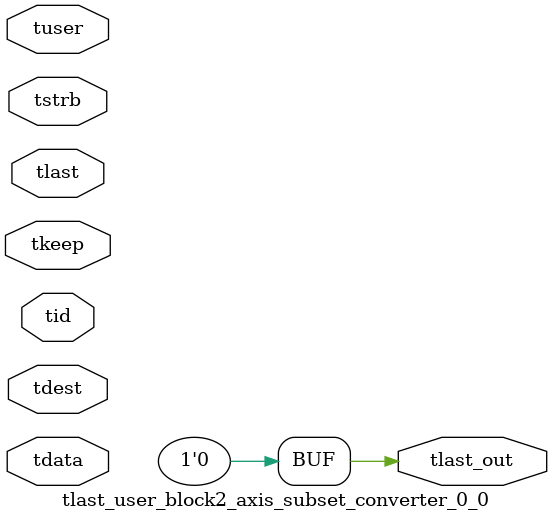
<source format=v>


`timescale 1ps/1ps

module tlast_user_block2_axis_subset_converter_0_0 #
(
parameter C_S_AXIS_TID_WIDTH   = 1,
parameter C_S_AXIS_TUSER_WIDTH = 0,
parameter C_S_AXIS_TDATA_WIDTH = 0,
parameter C_S_AXIS_TDEST_WIDTH = 0
)
(
input  [(C_S_AXIS_TID_WIDTH   == 0 ? 1 : C_S_AXIS_TID_WIDTH)-1:0       ] tid,
input  [(C_S_AXIS_TDATA_WIDTH == 0 ? 1 : C_S_AXIS_TDATA_WIDTH)-1:0     ] tdata,
input  [(C_S_AXIS_TUSER_WIDTH == 0 ? 1 : C_S_AXIS_TUSER_WIDTH)-1:0     ] tuser,
input  [(C_S_AXIS_TDEST_WIDTH == 0 ? 1 : C_S_AXIS_TDEST_WIDTH)-1:0     ] tdest,
input  [(C_S_AXIS_TDATA_WIDTH/8)-1:0 ] tkeep,
input  [(C_S_AXIS_TDATA_WIDTH/8)-1:0 ] tstrb,
input  [0:0]                                                             tlast,
output                                                                   tlast_out
);

assign tlast_out = {1'b0};

endmodule


</source>
